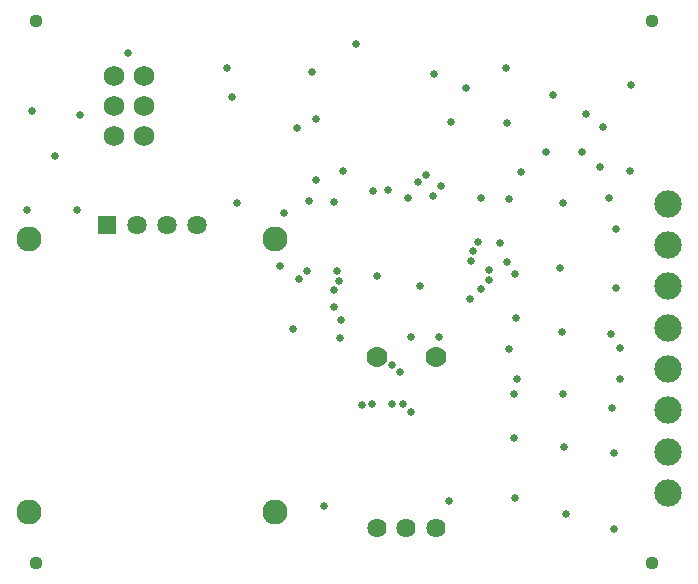
<source format=gbs>
G04 EAGLE Gerber RS-274X export*
G75*
%MOMM*%
%FSLAX34Y34*%
%LPD*%
%INSoldermask Bottom*%
%IPPOS*%
%AMOC8*
5,1,8,0,0,1.08239X$1,22.5*%
G01*
%ADD10C,1.127000*%
%ADD11C,1.752600*%
%ADD12C,2.311400*%
%ADD13R,1.627000X1.627000*%
%ADD14C,1.627000*%
%ADD15C,2.127000*%
%ADD16C,1.765300*%
%ADD17C,1.625600*%
%ADD18C,0.652000*%


D10*
X62000Y-2742D03*
X62000Y456909D03*
X583875Y-2742D03*
X583875Y456909D03*
D11*
X153800Y384600D03*
X128400Y384600D03*
X128400Y359200D03*
X153800Y359200D03*
X153800Y410000D03*
X128400Y410000D03*
D12*
X597700Y161800D03*
X597700Y196800D03*
X597700Y231800D03*
X597700Y266800D03*
X597700Y301800D03*
X597700Y126800D03*
X597700Y91800D03*
X597700Y56800D03*
D13*
X122700Y283600D03*
D14*
X148100Y283600D03*
X173500Y283600D03*
X198900Y283600D03*
D15*
X56660Y272170D03*
X264940Y272170D03*
X264940Y41030D03*
X56660Y41030D03*
D16*
X350908Y171820D03*
X400692Y171820D03*
D17*
X350908Y27040D03*
X375800Y27040D03*
X400692Y27040D03*
D18*
X455400Y268200D03*
X472800Y328500D03*
X463250Y306050D03*
X468000Y242700D03*
X553800Y280800D03*
X553800Y230100D03*
X461100Y252600D03*
X468900Y204900D03*
X469500Y153600D03*
X549600Y191700D03*
X550000Y129150D03*
X556800Y179700D03*
X551700Y90600D03*
X551400Y26700D03*
X467450Y103250D03*
X467700Y52500D03*
X462600Y178800D03*
X380100Y125400D03*
X438900Y306900D03*
X398280Y308600D03*
X556500Y153600D03*
X347950Y312200D03*
X364120Y165100D03*
X364200Y132000D03*
X527853Y377488D03*
X283385Y366185D03*
X299122Y373500D03*
X542700Y366600D03*
X429450Y221350D03*
X322500Y329400D03*
X292200Y245100D03*
X317400Y245100D03*
X319200Y236520D03*
X285300Y237900D03*
X293400Y303900D03*
X314400Y303600D03*
X228000Y392100D03*
X224100Y416400D03*
X403800Y189000D03*
X299400Y322200D03*
X466800Y140700D03*
X360300Y313500D03*
X370700Y159100D03*
X372900Y132000D03*
X59100Y380700D03*
X445717Y245783D03*
X446100Y237000D03*
X99600Y376800D03*
X314400Y214300D03*
X315000Y228900D03*
X430500Y252900D03*
X321000Y203400D03*
X347100Y132000D03*
X338520Y131400D03*
X405000Y316800D03*
X439500Y229200D03*
X413700Y370800D03*
X460200Y416700D03*
X377700Y306300D03*
X540000Y333000D03*
X78300Y342000D03*
X97500Y296400D03*
X54600Y296400D03*
X460800Y370500D03*
X494400Y345600D03*
X272584Y293700D03*
X385920Y320114D03*
X432383Y261383D03*
X392400Y326400D03*
X436800Y269100D03*
X140250Y429750D03*
X232500Y302250D03*
X524500Y345750D03*
X399500Y412000D03*
X547500Y306250D03*
X566000Y402250D03*
X426750Y400000D03*
X380000Y189250D03*
X499750Y394000D03*
X508250Y302750D03*
X506000Y247000D03*
X507750Y193500D03*
X508250Y140750D03*
X511250Y39500D03*
X333250Y436750D03*
X509750Y96000D03*
X280000Y196000D03*
X351500Y240250D03*
X387250Y231750D03*
X565250Y329250D03*
X296500Y413750D03*
X411750Y49750D03*
X306000Y46250D03*
X269000Y249000D03*
X319500Y188250D03*
M02*

</source>
